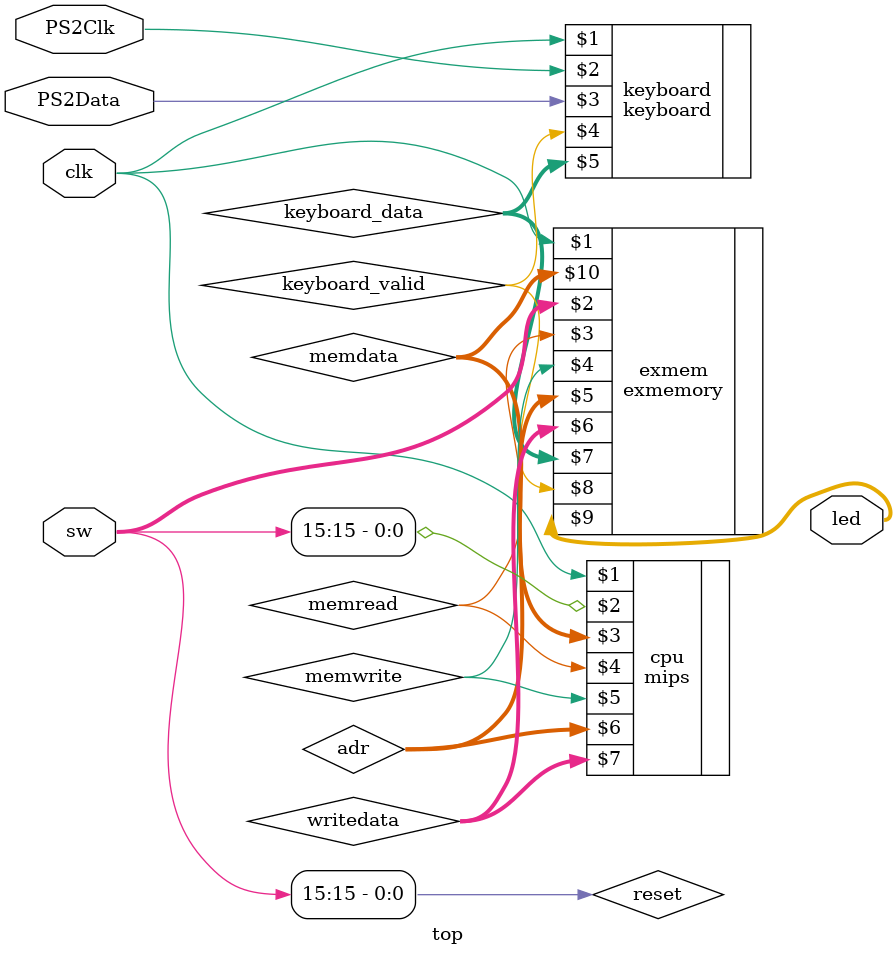
<source format=v>
`timescale 1ns / 1ps


module top #(parameter ADR_WIDTH = 16, WIDTH = 32, REGBITS = 5) (
    input              clk,
    input     [15:0]   sw,
    input              PS2Clk, PS2Data,
    output    [15:0]   led
    );
    wire     reset;
    assign   reset = sw[15];
    
    wire memread, memwrite;
    wire [ADR_WIDTH-1 : 0] adr;
    wire [WIDTH-1 : 0] memdata, writedata;
    wire               keyboard_valid;
    reg  [7:0]         keyboard_data;
    
    // instantiate mips cpu core
    mips #(ADR_WIDTH, WIDTH, REGBITS) cpu(clk, reset, memdata,
                                          memread, memwrite, adr, writedata);
    
    // external memory for code, data and IO devices
    exmemory #(ADR_WIDTH, WIDTH) exmem(clk, sw, memread, memwrite, adr, writedata, keyboard_data,
                                       keyboard_valid,
                                       led, memdata);
    
    // I/O device interface
    keyboard keyboard(clk, PS2Clk, PS2Data, keyboard_valid, keyboard_data);
    
endmodule
</source>
